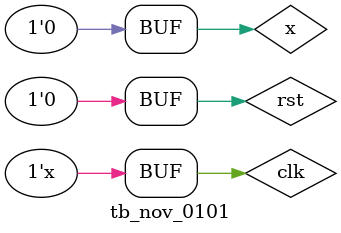
<source format=v>
`timescale 1ns/100ps
module tb_nov_0101;
  reg clk,rst,x;
  wire z;
  
  mealy_nov_0101 uut(clk,rst,x,z);
  always #5 clk=~clk;
  
  initial begin 
    clk=1; rst=1; #10;
    rst=0;
    
    //010101001010
    x=0;#10;
    x=1;#10;
    x=0;#10;
    x=1;#10;
    x=0;#10;
    x=1;#10;
    x=0;#10;
    x=0;#10;
    x=1;#10;
    x=0;#10;
    x=1;#10;
    x=0;#10;
    
  end
endmodule

</source>
